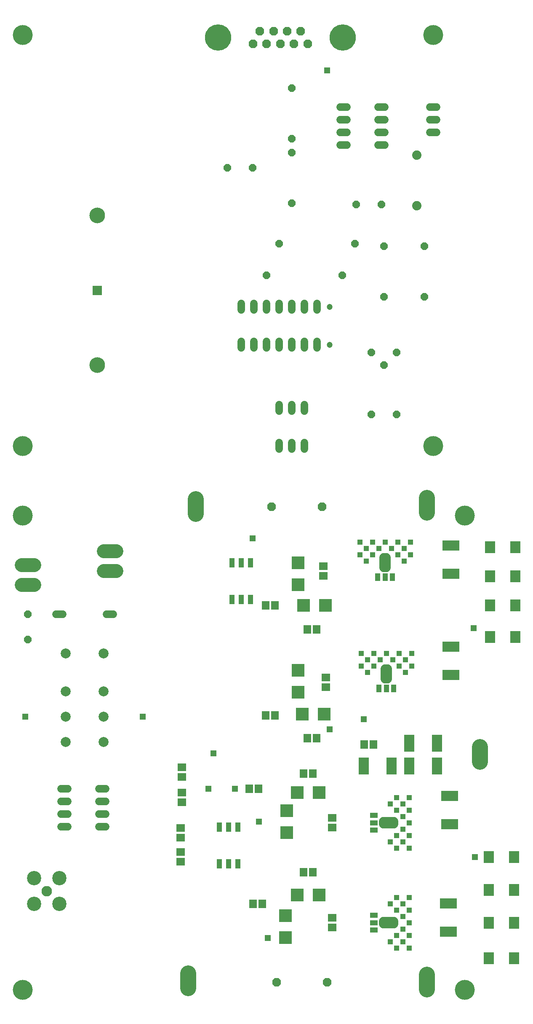
<source format=gts>
G75*
%MOIN*%
%OFA0B0*%
%FSLAX25Y25*%
%IPPOS*%
%LPD*%
%AMOC8*
5,1,8,0,0,1.08239X$1,22.5*
%
%ADD10C,0.15750*%
%ADD11C,0.04737*%
%ADD12C,0.10839*%
%ADD13C,0.08300*%
%ADD14C,0.11300*%
%ADD15R,0.05918X0.06706*%
%ADD16C,0.06000*%
%ADD17C,0.07887*%
%ADD18R,0.04300X0.07400*%
%ADD19R,0.13398X0.07887*%
%ADD20R,0.06312X0.03950*%
%ADD21C,0.06600*%
%ADD22R,0.06299X0.03937*%
%ADD23R,0.04300X0.04300*%
%ADD24R,0.03950X0.06312*%
%ADD25R,0.03937X0.06299*%
%ADD26C,0.12650*%
%ADD27R,0.10249X0.10249*%
%ADD28OC8,0.06000*%
%ADD29R,0.06706X0.05918*%
%ADD30OC8,0.06800*%
%ADD31R,0.07887X0.13398*%
%ADD32R,0.07887X0.09461*%
%ADD33C,0.20800*%
%ADD34C,0.12400*%
%ADD35R,0.07550X0.07550*%
%ADD36C,0.07400*%
%ADD37R,0.04762X0.04762*%
D10*
X0026800Y0026000D03*
X0026800Y0401000D03*
X0026800Y0456000D03*
X0026800Y0781000D03*
X0351800Y0781000D03*
X0351800Y0456000D03*
X0376800Y0401000D03*
X0376800Y0026000D03*
D11*
X0269800Y0536000D03*
X0269800Y0566000D03*
D12*
X0100820Y0372795D02*
X0090780Y0372795D01*
X0090780Y0357205D02*
X0100820Y0357205D01*
X0035820Y0361795D02*
X0025780Y0361795D01*
X0025780Y0346205D02*
X0035820Y0346205D01*
D13*
X0045800Y0104000D03*
D14*
X0055839Y0093961D03*
X0055839Y0114039D03*
X0035761Y0114039D03*
X0035761Y0093961D03*
D15*
X0209060Y0094000D03*
X0216540Y0094000D03*
X0249060Y0119000D03*
X0256540Y0119000D03*
X0256540Y0197000D03*
X0249060Y0197000D03*
X0252060Y0225000D03*
X0259540Y0225000D03*
X0226540Y0243000D03*
X0219060Y0243000D03*
X0213540Y0185000D03*
X0206060Y0185000D03*
X0252060Y0311000D03*
X0259540Y0311000D03*
X0226540Y0330000D03*
X0219060Y0330000D03*
X0297060Y0220000D03*
X0304540Y0220000D03*
D16*
X0249800Y0453400D02*
X0249800Y0458600D01*
X0239800Y0458600D02*
X0239800Y0453400D01*
X0229800Y0453400D02*
X0229800Y0458600D01*
X0229800Y0483400D02*
X0229800Y0488600D01*
X0239800Y0488600D02*
X0239800Y0483400D01*
X0249800Y0483400D02*
X0249800Y0488600D01*
X0249800Y0533400D02*
X0249800Y0538600D01*
X0239800Y0538600D02*
X0239800Y0533400D01*
X0229800Y0533400D02*
X0229800Y0538600D01*
X0219800Y0538600D02*
X0219800Y0533400D01*
X0209800Y0533400D02*
X0209800Y0538600D01*
X0199800Y0538600D02*
X0199800Y0533400D01*
X0199800Y0563400D02*
X0199800Y0568600D01*
X0209800Y0568600D02*
X0209800Y0563400D01*
X0219800Y0563400D02*
X0219800Y0568600D01*
X0229800Y0568600D02*
X0229800Y0563400D01*
X0239800Y0563400D02*
X0239800Y0568600D01*
X0249800Y0568600D02*
X0249800Y0563400D01*
X0259800Y0563400D02*
X0259800Y0568600D01*
X0259800Y0538600D02*
X0259800Y0533400D01*
X0278200Y0694000D02*
X0283400Y0694000D01*
X0283400Y0704000D02*
X0278200Y0704000D01*
X0278200Y0714000D02*
X0283400Y0714000D01*
X0283400Y0724000D02*
X0278200Y0724000D01*
X0308200Y0724000D02*
X0313400Y0724000D01*
X0313400Y0714000D02*
X0308200Y0714000D01*
X0308200Y0704000D02*
X0313400Y0704000D01*
X0313400Y0694000D02*
X0308200Y0694000D01*
X0349200Y0704000D02*
X0354400Y0704000D01*
X0354400Y0714000D02*
X0349200Y0714000D01*
X0349200Y0724000D02*
X0354400Y0724000D01*
X0098400Y0323000D02*
X0093200Y0323000D01*
X0058400Y0323000D02*
X0053200Y0323000D01*
X0057200Y0185000D02*
X0062400Y0185000D01*
X0062400Y0175000D02*
X0057200Y0175000D01*
X0057200Y0165000D02*
X0062400Y0165000D01*
X0062400Y0155000D02*
X0057200Y0155000D01*
X0087200Y0155000D02*
X0092400Y0155000D01*
X0092400Y0165000D02*
X0087200Y0165000D01*
X0087200Y0175000D02*
X0092400Y0175000D01*
X0092400Y0185000D02*
X0087200Y0185000D01*
D17*
X0090800Y0222000D03*
X0090800Y0242000D03*
X0090800Y0262000D03*
X0090800Y0292000D03*
X0060800Y0292000D03*
X0060800Y0262000D03*
X0060800Y0242000D03*
X0060800Y0222000D03*
D18*
X0182500Y0154550D03*
X0189800Y0154550D03*
X0197100Y0154550D03*
X0197100Y0125450D03*
X0189800Y0125450D03*
X0182500Y0125450D03*
X0192500Y0334450D03*
X0199800Y0334450D03*
X0207100Y0334450D03*
X0207100Y0363550D03*
X0199800Y0363550D03*
X0192500Y0363550D03*
D19*
X0363800Y0094024D03*
X0363800Y0071976D03*
X0364800Y0156976D03*
X0364800Y0179024D03*
X0365800Y0274976D03*
X0365800Y0297024D03*
X0365800Y0354976D03*
X0365800Y0377024D03*
D20*
X0305001Y0163902D03*
X0305001Y0152098D03*
X0305001Y0084902D03*
X0305001Y0073098D03*
D21*
X0312216Y0077900D02*
X0312216Y0080100D01*
X0320786Y0080100D01*
X0320786Y0077900D01*
X0312216Y0077900D01*
X0312216Y0156900D02*
X0312216Y0159100D01*
X0320786Y0159100D01*
X0320786Y0156900D01*
X0312216Y0156900D01*
X0313700Y0271416D02*
X0315900Y0271416D01*
X0313700Y0271416D02*
X0313700Y0279986D01*
X0315900Y0279986D01*
X0315900Y0271416D01*
X0315900Y0278015D02*
X0313700Y0278015D01*
X0312700Y0359416D02*
X0314900Y0359416D01*
X0312700Y0359416D02*
X0312700Y0367986D01*
X0314900Y0367986D01*
X0314900Y0359416D01*
X0314900Y0366015D02*
X0312700Y0366015D01*
D22*
X0305005Y0158000D03*
X0305005Y0079000D03*
D23*
X0317800Y0064000D03*
X0322800Y0059000D03*
X0327800Y0064000D03*
X0332800Y0059000D03*
X0332800Y0069000D03*
X0327800Y0074000D03*
X0332800Y0079000D03*
X0327800Y0084000D03*
X0332800Y0089000D03*
X0327800Y0094000D03*
X0332800Y0099000D03*
X0322800Y0099000D03*
X0317800Y0094000D03*
X0322800Y0089000D03*
X0322800Y0069000D03*
X0322800Y0138000D03*
X0317800Y0143000D03*
X0322800Y0148000D03*
X0327800Y0143000D03*
X0332800Y0148000D03*
X0327800Y0153000D03*
X0332800Y0158000D03*
X0327800Y0163000D03*
X0332800Y0168000D03*
X0327800Y0173000D03*
X0332800Y0178000D03*
X0322800Y0178000D03*
X0317800Y0173000D03*
X0322800Y0168000D03*
X0332800Y0138000D03*
X0329800Y0277000D03*
X0324800Y0282000D03*
X0319800Y0287000D03*
X0314800Y0292000D03*
X0309800Y0287000D03*
X0304800Y0292000D03*
X0304800Y0282000D03*
X0299800Y0277000D03*
X0294800Y0282000D03*
X0299800Y0287000D03*
X0294800Y0292000D03*
X0324800Y0292000D03*
X0329800Y0287000D03*
X0334800Y0292000D03*
X0334800Y0282000D03*
X0328800Y0365000D03*
X0323800Y0370000D03*
X0318800Y0375000D03*
X0313800Y0380000D03*
X0308800Y0375000D03*
X0303800Y0370000D03*
X0298800Y0365000D03*
X0293800Y0370000D03*
X0298800Y0375000D03*
X0293800Y0380000D03*
X0303800Y0380000D03*
X0323800Y0380000D03*
X0328800Y0375000D03*
X0333800Y0370000D03*
X0333800Y0380000D03*
D24*
X0319702Y0352201D03*
X0307898Y0352201D03*
X0308898Y0264201D03*
X0320702Y0264201D03*
D25*
X0314800Y0264205D03*
X0313800Y0352205D03*
D26*
X0346800Y0403075D02*
X0346800Y0414925D01*
X0388800Y0217925D02*
X0388800Y0206075D01*
X0346800Y0037925D02*
X0346800Y0026075D01*
X0157800Y0027075D02*
X0157800Y0038925D01*
X0163800Y0402075D02*
X0163800Y0413925D01*
D27*
X0244800Y0363661D03*
X0244800Y0346339D03*
X0249139Y0330000D03*
X0266461Y0330000D03*
X0244800Y0278661D03*
X0244800Y0261339D03*
X0248139Y0244000D03*
X0265461Y0244000D03*
X0261461Y0182000D03*
X0244139Y0182000D03*
X0235800Y0167661D03*
X0235800Y0150339D03*
X0244139Y0101000D03*
X0234800Y0084661D03*
X0234800Y0067339D03*
X0261461Y0101000D03*
D28*
X0302800Y0481000D03*
X0322800Y0481000D03*
X0312800Y0520000D03*
X0302800Y0530000D03*
X0322800Y0530000D03*
X0312800Y0574000D03*
X0312800Y0614000D03*
X0310800Y0647000D03*
X0290800Y0647000D03*
X0289800Y0616000D03*
X0279800Y0591000D03*
X0239800Y0648000D03*
X0229800Y0616000D03*
X0219800Y0591000D03*
X0208800Y0676000D03*
X0188800Y0676000D03*
X0239800Y0688000D03*
X0239800Y0699000D03*
X0239800Y0739000D03*
X0344800Y0614000D03*
X0344800Y0574000D03*
X0030800Y0323000D03*
X0030800Y0303000D03*
D29*
X0152800Y0201740D03*
X0152800Y0194260D03*
X0152800Y0181740D03*
X0152800Y0174260D03*
X0151800Y0153740D03*
X0151800Y0146260D03*
X0151800Y0134740D03*
X0151800Y0127260D03*
X0266800Y0265260D03*
X0266800Y0272740D03*
X0264800Y0353260D03*
X0264800Y0360740D03*
X0271800Y0161740D03*
X0271800Y0154260D03*
X0271800Y0082740D03*
X0271800Y0075260D03*
D30*
X0267800Y0032000D03*
X0227800Y0032000D03*
X0223800Y0408000D03*
X0263800Y0408000D03*
X0252400Y0774000D03*
X0241600Y0774000D03*
X0236200Y0784000D03*
X0225400Y0784000D03*
X0214600Y0784000D03*
X0209200Y0774000D03*
X0220000Y0774000D03*
X0230800Y0774000D03*
X0247000Y0784000D03*
D31*
X0332776Y0221000D03*
X0332776Y0203000D03*
X0318824Y0203000D03*
X0296776Y0203000D03*
X0354824Y0203000D03*
X0354824Y0221000D03*
D32*
X0396761Y0305000D03*
X0396761Y0330000D03*
X0396761Y0353000D03*
X0396761Y0376000D03*
X0416839Y0376000D03*
X0416839Y0353000D03*
X0416839Y0330000D03*
X0416839Y0305000D03*
X0415839Y0131000D03*
X0415839Y0105000D03*
X0415839Y0079000D03*
X0395761Y0079000D03*
X0395761Y0105000D03*
X0395761Y0131000D03*
X0395761Y0051000D03*
X0415839Y0051000D03*
D33*
X0280100Y0779000D03*
X0181500Y0779000D03*
D34*
X0085800Y0638050D03*
X0085800Y0519950D03*
D35*
X0085800Y0579000D03*
D36*
X0338800Y0646000D03*
X0338800Y0686000D03*
D37*
X0267800Y0753000D03*
X0208800Y0383000D03*
X0269800Y0232000D03*
X0296800Y0240000D03*
X0213800Y0159000D03*
X0194800Y0185000D03*
X0173800Y0185000D03*
X0177800Y0213000D03*
X0121800Y0242000D03*
X0028800Y0242000D03*
X0220800Y0067000D03*
X0384800Y0131000D03*
X0383800Y0312000D03*
M02*

</source>
